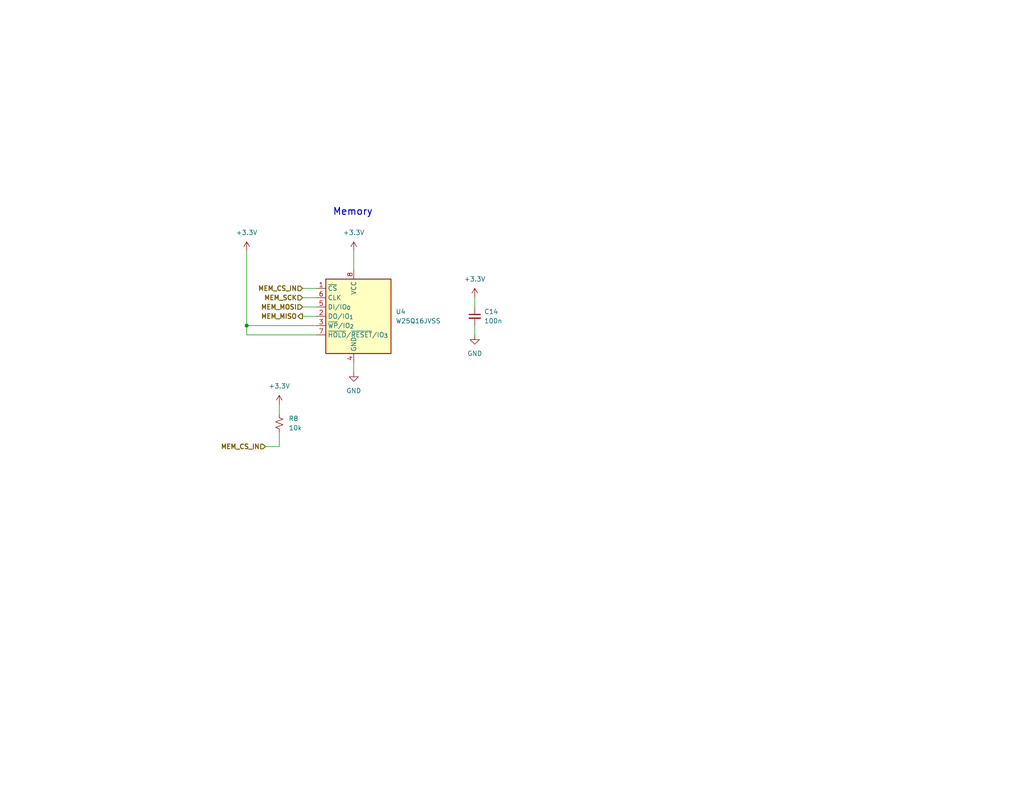
<source format=kicad_sch>
(kicad_sch (version 20250114) (generator "eeschema") (generator_version "9.0")
  (paper "USLetter")
  (title_block (title "Memory") (rev "1.0"))
  (lib_symbols
    (symbol "Device:C_Small" (pin_numbers (hide yes)) (pin_names (offset 0.254) (hide yes))
      (property "Reference" "C" (at 0.254 1.778 0))
      (property "Value" "C_Small" (at 0.254 -2.032 0))
      (symbol "C_Small_0_1"
        (polyline (pts (xy -1.524 0.508) (xy 1.524 0.508)) (stroke (width 0.3048)))
        (polyline (pts (xy -1.524 -0.508) (xy 1.524 -0.508)) (stroke (width 0.3302)))
      )
      (symbol "C_Small_1_1"
        (pin passive line (at 0 2.54 270) (length 2.032) (name "~") (number "1"))
        (pin passive line (at 0 -2.54 90) (length 2.032) (name "~") (number "2"))
      )
    )
    (symbol "Device:R_Small_US" (pin_numbers (hide yes)) (pin_names (offset 0.254) (hide yes))
      (property "Reference" "R" (at 0.762 0.508 0))
      (property "Value" "R_Small_US" (at 0.762 -1.016 0))
      (symbol "R_Small_US_1_1"
        (polyline (pts (xy 0 1.524) (xy 1.016 1.143) (xy 0 0.762) (xy -1.016 0.381) (xy 0 0)))
        (polyline (pts (xy 0 0) (xy 1.016 -0.381) (xy 0 -0.762) (xy -1.016 -1.143) (xy 0 -1.524)))
        (pin passive line (at 0 2.54 270) (length 1.016) (name "~") (number "1"))
        (pin passive line (at 0 -2.54 90) (length 1.016) (name "~") (number "2"))
      )
    )
    (symbol "Memory_Flash:W25Q16JVSS"
      (property "Reference" "U" (at -6.35 11.43 0))
      (property "Value" "W25Q16JVSS" (at 7.62 11.43 0))
      (symbol "W25Q16JVSS_0_1"
        (rectangle (start -7.62 10.16) (end 10.16 -10.16) (stroke (width 0.254)) (fill (type background)))
      )
      (symbol "W25Q16JVSS_1_1"
        (pin input line (at -10.16 7.62 0) (length 2.54) (name "~{CS}") (number "1"))
        (pin input line (at -10.16 5.08 0) (length 2.54) (name "CLK") (number "6"))
        (pin bidirectional line (at -10.16 2.54 0) (length 2.54) (name "DI/IO_{0}") (number "5"))
        (pin bidirectional line (at -10.16 0 0) (length 2.54) (name "DO/IO_{1}") (number "2"))
        (pin bidirectional line (at -10.16 -2.54 0) (length 2.54) (name "~{WP}/IO_{2}") (number "3"))
        (pin bidirectional line (at -10.16 -5.08 0) (length 2.54) (name "~{HOLD}/~{RESET}/IO_{3}") (number "7"))
        (pin power_in line (at 0 12.7 270) (length 2.54) (name "VCC") (number "8"))
        (pin power_in line (at 0 -12.7 90) (length 2.54) (name "GND") (number "4"))
      )
    )
    (symbol "power:+3.3V" (power) (pin_numbers (hide yes)) (pin_names (offset 0) (hide yes))
      (property "Value" "+3.3V" (at 0 3.556 0))
      (symbol "+3.3V_0_1"
        (polyline (pts (xy -0.762 1.27) (xy 0 2.54)))
        (polyline (pts (xy 0 2.54) (xy 0.762 1.27)))
        (polyline (pts (xy 0 0) (xy 0 2.54)))
      )
      (symbol "+3.3V_1_1"
        (pin power_in line (at 0 0 90) (length 0) (name "~") (number "1"))
      )
    )
    (symbol "power:GND" (power) (pin_numbers (hide yes)) (pin_names (offset 0) (hide yes))
      (property "Value" "GND" (at 0 -3.81 0))
      (symbol "GND_0_1"
        (polyline (pts (xy 0 0) (xy 0 -1.27) (xy 1.27 -1.27) (xy 0 -2.54) (xy -1.27 -1.27) (xy 0 -1.27)))
      )
      (symbol "GND_1_1"
        (pin power_in line (at 0 0 270) (length 0) (name "~") (number "1"))
      )
    )
  )
  (text "Memory" (at 96.266 57.912 0) (effects (font (size 1.905 1.905) (thickness 0.254) (bold yes))))
  (junction (at 67.31 88.9))
  (wire (pts (xy 82.55 86.36) (xy 86.36 86.36)))
  (wire (pts (xy 82.55 81.28) (xy 86.36 81.28)))
  (wire (pts (xy 72.39 121.92) (xy 76.2 121.92)))
  (wire (pts (xy 129.54 81.28) (xy 129.54 83.82)))
  (wire (pts (xy 82.55 78.74) (xy 86.36 78.74)))
  (wire (pts (xy 67.31 91.44) (xy 67.31 88.9)))
  (wire (pts (xy 67.31 88.9) (xy 86.36 88.9)))
  (wire (pts (xy 96.52 68.58) (xy 96.52 73.66)))
  (wire (pts (xy 67.31 68.58) (xy 67.31 88.9)))
  (wire (pts (xy 96.52 99.06) (xy 96.52 101.6)))
  (wire (pts (xy 82.55 83.82) (xy 86.36 83.82)))
  (wire (pts (xy 76.2 110.49) (xy 76.2 113.03)))
  (wire (pts (xy 76.2 118.11) (xy 76.2 121.92)))
  (wire (pts (xy 86.36 91.44) (xy 67.31 91.44)))
  (wire (pts (xy 129.54 88.9) (xy 129.54 91.44)))
  (hierarchical_label "MEM_SCK" (shape input) (at 82.55 81.28 180) (effects (font (thickness 0.254) (bold yes))))
  (hierarchical_label "MEM_MOSI" (shape input) (at 82.55 83.82 180) (effects (font (thickness 0.254) (bold yes))))
  (hierarchical_label "MEM_CS_IN" (shape input) (at 82.55 78.74 180) (effects (font (thickness 0.254) (bold yes))))
  (hierarchical_label "MEM_CS_IN" (shape input) (at 72.39 121.92 180) (effects (font (thickness 0.254) (bold yes))))
  (hierarchical_label "MEM_MISO" (shape output) (at 82.55 86.36 180) (effects (font (thickness 0.254) (bold yes))))
  (symbol (lib_id "power:+3.3V") (at 96.52 68.58 0) (unit 1)
    (property "Reference" "#PWR034" (effects (hide yes)))
    (property "Value" "+3.3V" (at 96.52 63.5 0))
    (property "Description" "Power symbol creates a global label with name \"+3.3V\"" (effects (hide yes)))
  )
  (symbol (lib_id "Device:C_Small") (at 129.54 86.36 0) (unit 1)
    (property "Reference" "C14" (at 132.08 85.0962 0) (effects (justify left)))
    (property "Value" "100n" (at 132.08 87.6362 0) (effects (justify left)))
    (property "Footprint" "Capacitor_SMD:C_0402_1005Metric" (effects (hide yes)))
    (property "Description" "Unpolarized capacitor, small symbol" (effects (hide yes)))
  )
  (symbol (lib_id "power:+3.3V") (at 129.54 81.28 0) (unit 1)
    (property "Reference" "#PWR036" (effects (hide yes)))
    (property "Value" "+3.3V" (at 129.54 76.2 0))
    (property "Description" "Power symbol creates a global label with name \"+3.3V\"" (effects (hide yes)))
  )
  (symbol (lib_id "Memory_Flash:W25Q16JVSS") (at 96.52 86.36 0) (unit 1)
    (property "Reference" "U4" (at 107.95 85.0899 0) (effects (justify left)))
    (property "Value" "W25Q16JVSS" (at 107.95 87.6299 0) (effects (justify left)))
    (property "Footprint" "Package_SO:SOIC-8_5.3x5.3mm_P1.27mm" (effects (hide yes)))
    (property "Datasheet" "https://www.winbond.com/hq/support/documentation/levelOne.jsp?__locale=en&DocNo=DA00-W25Q16JV.1" (effects (hide yes)))
    (property "Description" "16Mbit / 2MiB Serial Flash Memory, Standard/Dual/Quad SPI, 2.7-3.6V, SOIC-8 (208 mil)" (effects (hide yes)))
  )
  (symbol (lib_id "power:GND") (at 96.52 101.6 0) (unit 1)
    (property "Reference" "#PWR035" (effects (hide yes)))
    (property "Value" "GND" (at 96.52 106.68 0))
    (property "Description" "Power symbol creates a global label with name \"GND\" , ground" (effects (hide yes)))
  )
  (symbol (lib_id "power:+3.3V") (at 67.31 68.58 0) (unit 1)
    (property "Reference" "#PWR032" (effects (hide yes)))
    (property "Value" "+3.3V" (at 67.31 63.5 0))
    (property "Description" "Power symbol creates a global label with name \"+3.3V\"" (effects (hide yes)))
  )
  (symbol (lib_id "Device:R_Small_US") (at 76.2 115.57 0) (unit 1)
    (property "Reference" "R8" (at 78.74 114.2999 0) (effects (justify left)))
    (property "Value" "10k" (at 78.74 116.8399 0) (effects (justify left)))
    (property "Footprint" "Resistor_SMD:R_0402_1005Metric" (effects (hide yes)))
    (property "Description" "Resistor, small US symbol" (effects (hide yes)))
  )
  (symbol (lib_id "power:+3.3V") (at 76.2 110.49 0) (unit 1)
    (property "Reference" "#PWR033" (effects (hide yes)))
    (property "Value" "+3.3V" (at 76.2 105.41 0))
    (property "Description" "Power symbol creates a global label with name \"+3.3V\"" (effects (hide yes)))
  )
  (symbol (lib_id "power:GND") (at 129.54 91.44 0) (unit 1)
    (property "Reference" "#PWR037" (effects (hide yes)))
    (property "Value" "GND" (at 129.54 96.52 0))
    (property "Description" "Power symbol creates a global label with name \"GND\" , ground" (effects (hide yes)))
  )
)
</source>
